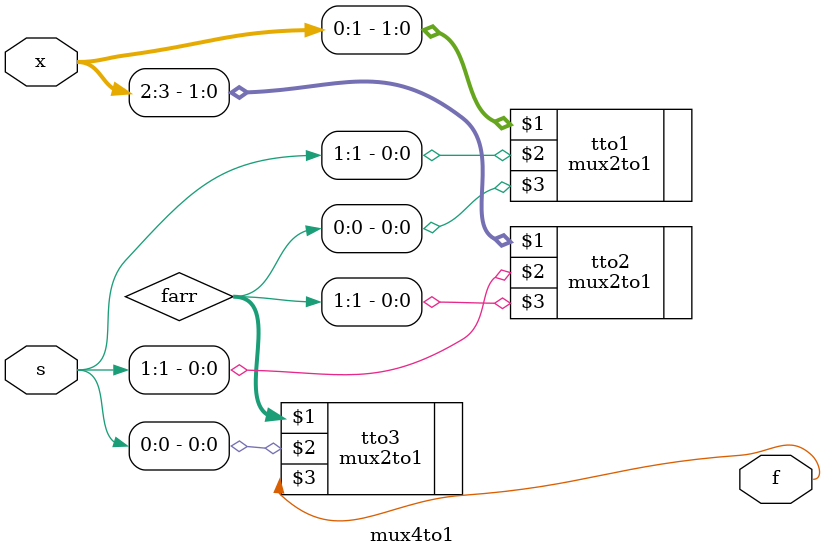
<source format=v>
module mux4to1(x, s, f);
    input [0:3]x;
    input [0:1]s;
    output f;
    wire [0:1]farr;
    mux2to1 tto1(x[0:1], s[1], farr[0]);
    mux2to1 tto2(x[2:3], s[1], farr[1]);
    mux2to1 tto3(farr, s[0], f);
endmodule
</source>
